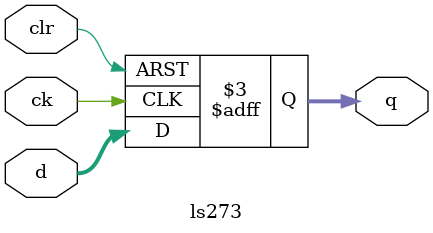
<source format=sv>
module ls273
 (input logic [7:0] d,
  input logic ck, clr,
  output logic [7:0] q);
  
  always_ff @(negedge clr, posedge ck) begin
    if(~clr) q[7:0] <= 0;
    else q[7:0] <= d[7:0];
  end
endmodule
</source>
